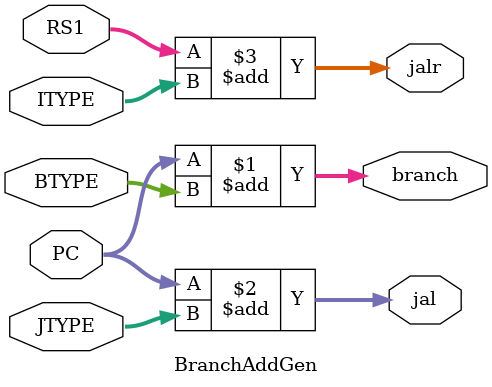
<source format=sv>
`timescale 1ns / 1ps

module BranchAddGen(
    input [31:0] PC, BTYPE, JTYPE, ITYPE, RS1,
    output logic [31:0] branch, jal, jalr

    );
    
    assign branch = (PC + BTYPE);
    assign jal = (PC + JTYPE);
    assign jalr = (RS1 + ITYPE);
   
endmodule

</source>
